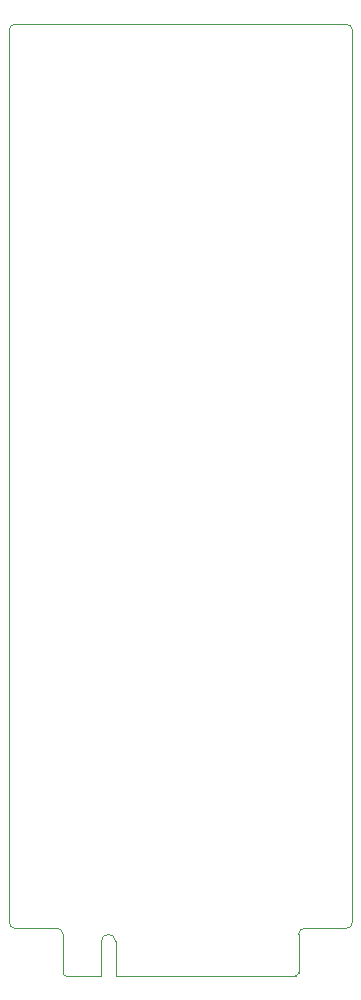
<source format=gbr>
%TF.GenerationSoftware,KiCad,Pcbnew,9.0.7*%
%TF.CreationDate,2026-02-28T14:28:49+01:00*%
%TF.ProjectId,BladeCore-M54E,426c6164-6543-46f7-9265-2d4d3534452e,rev?*%
%TF.SameCoordinates,Original*%
%TF.FileFunction,Profile,NP*%
%FSLAX46Y46*%
G04 Gerber Fmt 4.6, Leading zero omitted, Abs format (unit mm)*
G04 Created by KiCad (PCBNEW 9.0.7) date 2026-02-28 14:28:49*
%MOMM*%
%LPD*%
G01*
G04 APERTURE LIST*
%TA.AperFunction,Profile*%
%ADD10C,0.100000*%
%TD*%
G04 APERTURE END LIST*
D10*
X150000Y80250000D02*
X150000Y4700000D01*
X24650000Y450000D02*
G75*
G02*
X24400000Y200000I-250000J0D01*
G01*
X4950000Y200000D02*
G75*
G02*
X4700000Y450000I0J250000D01*
G01*
X24650000Y450000D02*
X24650000Y3700000D01*
X29200000Y4700000D02*
X29200000Y80250000D01*
X650000Y4200000D02*
G75*
G02*
X150000Y4700000I0J500000D01*
G01*
X9150000Y200000D02*
X24400000Y200000D01*
X8550000Y3700000D02*
G75*
G02*
X9150000Y3100000I0J-600000D01*
G01*
X4200000Y4200000D02*
G75*
G02*
X4700000Y3700000I0J-500000D01*
G01*
X150000Y80250000D02*
G75*
G02*
X650000Y80750000I500000J0D01*
G01*
X4700000Y3700000D02*
X4700000Y450000D01*
X24650000Y3700000D02*
G75*
G02*
X25150000Y4200000I500000J0D01*
G01*
X28700000Y80750000D02*
X650000Y80750000D01*
X4950000Y200000D02*
X7950000Y200000D01*
X7950000Y3100000D02*
G75*
G02*
X8550000Y3700000I600000J0D01*
G01*
X9150000Y3100000D02*
X9150000Y200000D01*
X650000Y4200000D02*
X4200000Y4200000D01*
X7950000Y200000D02*
X7950000Y3100000D01*
X25150000Y4200000D02*
X28700000Y4200000D01*
X28700000Y80750000D02*
G75*
G02*
X29200000Y80250000I0J-500000D01*
G01*
X29200000Y4700000D02*
G75*
G02*
X28700000Y4200000I-500000J0D01*
G01*
M02*

</source>
